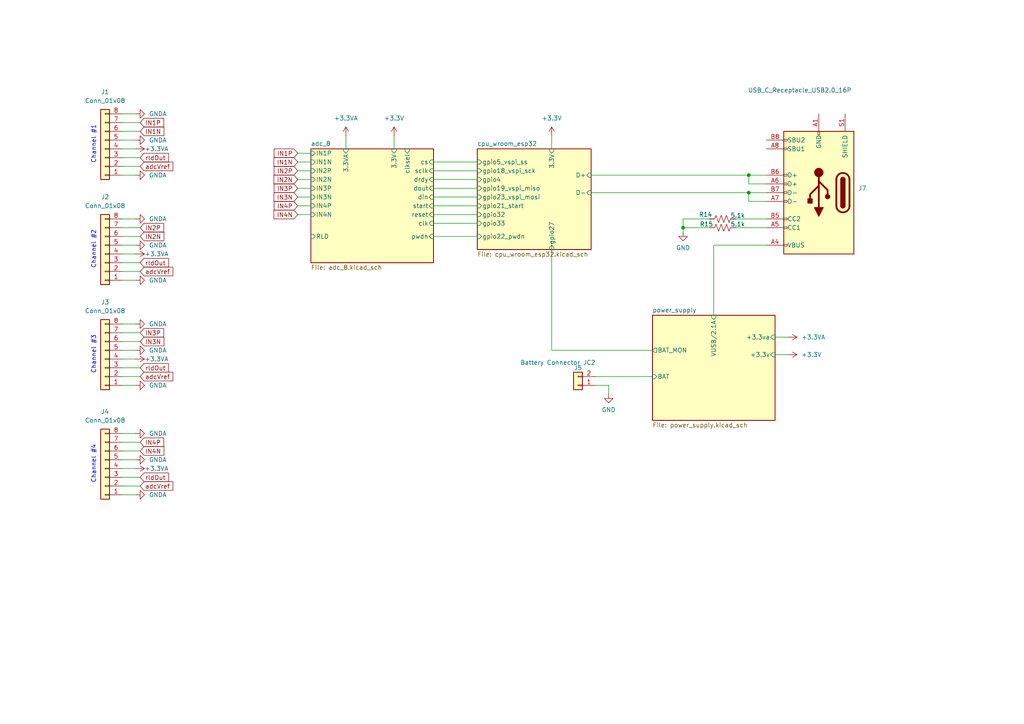
<source format=kicad_sch>
(kicad_sch (version 20250114) (generator "eeschema") (generator_version "9.0")
  (paper "A4")
  (title_block (title "MYOCELL 8: EMG ADC board") (date "2024-10-17") (rev "Rev 01") (company "MIREA") (comment 1 "2-8 ADC channels based on ADS1292(8)") (comment 2 "CPU: ESP32 WROOM"))
  (lib_symbols
    (symbol "Connector:USB_C_Receptacle_USB2.0_16P" (pin_names (offset 1.016))
      (property "Reference" "J" (at 0 22.225 0))
      (property "Value" "USB_C_Receptacle_USB2.0_16P" (at 0 19.685 0))
      (symbol "USB_C_Receptacle_USB2.0_16P_0_0"
        (rectangle (start -0.254 -17.78) (end 0.254 -16.764))
        (rectangle (start 10.16 15.494) (end 9.144 14.986))
        (rectangle (start 10.16 10.414) (end 9.144 9.906))
        (rectangle (start 10.16 7.874) (end 9.144 7.366))
        (rectangle (start 10.16 2.794) (end 9.144 2.286))
        (rectangle (start 10.16 0.254) (end 9.144 -0.254))
        (rectangle (start 10.16 -2.286) (end 9.144 -2.794))
        (rectangle (start 10.16 -4.826) (end 9.144 -5.334))
        (rectangle (start 10.16 -12.446) (end 9.144 -12.954))
        (rectangle (start 10.16 -14.986) (end 9.144 -15.494))
      )
      (symbol "USB_C_Receptacle_USB2.0_16P_0_1"
        (rectangle (start -10.16 17.78) (end 10.16 -17.78) (stroke (width 0.254)) (fill (type background)))
        (polyline (pts (xy -8.89 -3.81) (xy -8.89 3.81)) (stroke (width 0.508)))
        (rectangle (start -7.62 -3.81) (end -6.35 3.81) (stroke (width 0.254)) (fill (type outline)))
        (arc (start -7.62 3.81) (mid -6.985 4.4423) (end -6.35 3.81) (stroke (width 0.254)))
        (arc (start -7.62 3.81) (mid -6.985 4.4423) (end -6.35 3.81) (stroke (width 0.254)) (fill (type outline)))
        (arc (start -8.89 3.81) (mid -6.985 5.7067) (end -5.08 3.81) (stroke (width 0.508)))
        (arc (start -5.08 -3.81) (mid -6.985 -5.7067) (end -8.89 -3.81) (stroke (width 0.508)))
        (arc (start -6.35 -3.81) (mid -6.985 -4.4423) (end -7.62 -3.81) (stroke (width 0.254)))
        (arc (start -6.35 -3.81) (mid -6.985 -4.4423) (end -7.62 -3.81) (stroke (width 0.254)) (fill (type outline)))
        (polyline (pts (xy -5.08 3.81) (xy -5.08 -3.81)) (stroke (width 0.508)))
        (circle (center -2.54 1.143) (radius 0.635) (stroke (width 0.254)) (fill (type outline)))
        (polyline (pts (xy -1.27 4.318) (xy 0 6.858) (xy 1.27 4.318) (xy -1.27 4.318)) (stroke (width 0.254)) (fill (type outline)))
        (polyline (pts (xy 0 -2.032) (xy 2.54 0.508) (xy 2.54 1.778)) (stroke (width 0.508)))
        (polyline (pts (xy 0 -3.302) (xy -2.54 -0.762) (xy -2.54 0.508)) (stroke (width 0.508)))
        (polyline (pts (xy 0 -5.842) (xy 0 4.318)) (stroke (width 0.508)))
        (circle (center 0 -5.842) (radius 1.27) (fill (type outline)))
        (rectangle (start 1.905 1.778) (end 3.175 3.048) (stroke (width 0.254)) (fill (type outline)))
      )
      (symbol "USB_C_Receptacle_USB2.0_16P_1_1"
        (pin passive line (at -7.62 -22.86 90) (length 5.08) (name "SHIELD") (number "S1"))
        (pin passive line (at 0 -22.86 90) (length 5.08) (name "GND") (number "A1"))
        (pin passive line (at 0 -22.86 90) (length 5.08) (hide yes) (name "GND") (number "A12"))
        (pin passive line (at 0 -22.86 90) (length 5.08) (hide yes) (name "GND") (number "B1"))
        (pin passive line (at 0 -22.86 90) (length 5.08) (hide yes) (name "GND") (number "B12"))
        (pin passive line (at 15.24 15.24 180) (length 5.08) (name "VBUS") (number "A4"))
        (pin passive line (at 15.24 15.24 180) (length 5.08) (hide yes) (name "VBUS") (number "A9"))
        (pin passive line (at 15.24 15.24 180) (length 5.08) (hide yes) (name "VBUS") (number "B4"))
        (pin passive line (at 15.24 15.24 180) (length 5.08) (hide yes) (name "VBUS") (number "B9"))
        (pin bidirectional line (at 15.24 10.16 180) (length 5.08) (name "CC1") (number "A5"))
        (pin bidirectional line (at 15.24 7.62 180) (length 5.08) (name "CC2") (number "B5"))
        (pin bidirectional line (at 15.24 2.54 180) (length 5.08) (name "D-") (number "A7"))
        (pin bidirectional line (at 15.24 0 180) (length 5.08) (name "D-") (number "B7"))
        (pin bidirectional line (at 15.24 -2.54 180) (length 5.08) (name "D+") (number "A6"))
        (pin bidirectional line (at 15.24 -5.08 180) (length 5.08) (name "D+") (number "B6"))
        (pin bidirectional line (at 15.24 -12.7 180) (length 5.08) (name "SBU1") (number "A8"))
        (pin bidirectional line (at 15.24 -15.24 180) (length 5.08) (name "SBU2") (number "B8"))
      )
    )
    (symbol "Connector_Generic:Conn_01x02" (pin_names (offset 1.016) (hide yes))
      (property "Reference" "J" (at 0 2.54 0))
      (property "Value" "Conn_01x02" (at 0 -5.08 0))
      (symbol "Conn_01x02_1_1"
        (rectangle (start -1.27 1.27) (end 1.27 -3.81) (stroke (width 0.254)) (fill (type background)))
        (rectangle (start -1.27 0.127) (end 0 -0.127) (stroke (width 0.1524)))
        (rectangle (start -1.27 -2.413) (end 0 -2.667) (stroke (width 0.1524)))
        (pin passive line (at -5.08 0 0) (length 3.81) (name "Pin_1") (number "1"))
        (pin passive line (at -5.08 -2.54 0) (length 3.81) (name "Pin_2") (number "2"))
      )
    )
    (symbol "Connector_Generic:Conn_01x08" (pin_names (offset 1.016) (hide yes))
      (property "Reference" "J" (at 0 10.16 0))
      (property "Value" "Conn_01x08" (at 0 -12.7 0))
      (symbol "Conn_01x08_1_1"
        (rectangle (start -1.27 8.89) (end 1.27 -11.43) (stroke (width 0.254)) (fill (type background)))
        (rectangle (start -1.27 7.747) (end 0 7.493) (stroke (width 0.1524)))
        (rectangle (start -1.27 5.207) (end 0 4.953) (stroke (width 0.1524)))
        (rectangle (start -1.27 2.667) (end 0 2.413) (stroke (width 0.1524)))
        (rectangle (start -1.27 0.127) (end 0 -0.127) (stroke (width 0.1524)))
        (rectangle (start -1.27 -2.413) (end 0 -2.667) (stroke (width 0.1524)))
        (rectangle (start -1.27 -4.953) (end 0 -5.207) (stroke (width 0.1524)))
        (rectangle (start -1.27 -7.493) (end 0 -7.747) (stroke (width 0.1524)))
        (rectangle (start -1.27 -10.033) (end 0 -10.287) (stroke (width 0.1524)))
        (pin passive line (at -5.08 7.62 0) (length 3.81) (name "Pin_1") (number "1"))
        (pin passive line (at -5.08 5.08 0) (length 3.81) (name "Pin_2") (number "2"))
        (pin passive line (at -5.08 2.54 0) (length 3.81) (name "Pin_3") (number "3"))
        (pin passive line (at -5.08 0 0) (length 3.81) (name "Pin_4") (number "4"))
        (pin passive line (at -5.08 -2.54 0) (length 3.81) (name "Pin_5") (number "5"))
        (pin passive line (at -5.08 -5.08 0) (length 3.81) (name "Pin_6") (number "6"))
        (pin passive line (at -5.08 -7.62 0) (length 3.81) (name "Pin_7") (number "7"))
        (pin passive line (at -5.08 -10.16 0) (length 3.81) (name "Pin_8") (number "8"))
      )
    )
    (symbol "Device:R_US" (pin_numbers (hide yes)) (pin_names (offset 0))
      (property "Reference" "R" (at 2.54 0 90))
      (property "Value" "R_US" (at -2.54 0 90))
      (symbol "R_US_0_1"
        (polyline (pts (xy 0 2.286) (xy 0 2.54)))
        (polyline (pts (xy 0 2.286) (xy 1.016 1.905) (xy 0 1.524) (xy -1.016 1.143) (xy 0 0.762)))
        (polyline (pts (xy 0 0.762) (xy 1.016 0.381) (xy 0 0) (xy -1.016 -0.381) (xy 0 -0.762)))
        (polyline (pts (xy 0 -0.762) (xy 1.016 -1.143) (xy 0 -1.524) (xy -1.016 -1.905) (xy 0 -2.286)))
        (polyline (pts (xy 0 -2.286) (xy 0 -2.54)))
      )
      (symbol "R_US_1_1"
        (pin passive line (at 0 3.81 270) (length 1.27) (name "~") (number "1"))
        (pin passive line (at 0 -3.81 90) (length 1.27) (name "~") (number "2"))
      )
    )
    (symbol "power:+3.3V" (power) (pin_numbers (hide yes)) (pin_names (offset 0) (hide yes))
      (property "Value" "+3.3V" (at 0 3.556 0))
      (symbol "+3.3V_0_1"
        (polyline (pts (xy -0.762 1.27) (xy 0 2.54)))
        (polyline (pts (xy 0 2.54) (xy 0.762 1.27)))
        (polyline (pts (xy 0 0) (xy 0 2.54)))
      )
      (symbol "+3.3V_1_1"
        (pin power_in line (at 0 0 90) (length 0) (name "~") (number "1"))
      )
    )
    (symbol "power:+3.3VA" (power) (pin_numbers (hide yes)) (pin_names (offset 0) (hide yes))
      (property "Value" "+3.3VA" (at 0 3.556 0))
      (symbol "+3.3VA_0_1"
        (polyline (pts (xy -0.762 1.27) (xy 0 2.54)))
        (polyline (pts (xy 0 2.54) (xy 0.762 1.27)))
        (polyline (pts (xy 0 0) (xy 0 2.54)))
      )
      (symbol "+3.3VA_1_1"
        (pin power_in line (at 0 0 90) (length 0) (name "~") (number "1"))
      )
    )
    (symbol "power:GND" (power) (pin_names (offset 0))
      (property "Value" "GND" (at 0 -3.81 0))
      (symbol "GND_0_1"
        (polyline (pts (xy 0 0) (xy 0 -1.27) (xy 1.27 -1.27) (xy 0 -2.54) (xy -1.27 -1.27) (xy 0 -1.27)))
      )
      (symbol "GND_1_1"
        (pin power_in line (at 0 0 270) (length 0) (hide yes) (name "GND") (number "1"))
      )
    )
    (symbol "power:GNDA" (power) (pin_numbers (hide yes)) (pin_names (offset 0) (hide yes))
      (property "Value" "GNDA" (at 0 -3.81 0))
      (symbol "GNDA_0_1"
        (polyline (pts (xy 0 0) (xy 0 -1.27) (xy 1.27 -1.27) (xy 0 -2.54) (xy -1.27 -1.27) (xy 0 -1.27)))
      )
      (symbol "GNDA_1_1"
        (pin power_in line (at 0 0 270) (length 0) (name "~") (number "1"))
      )
    )
  )
  (text "Channel #2\n" (at 27.94 77.978 90) (effects (font (size 1.27 1.27)) (justify left bottom)))
  (text "Channel #4" (at 27.94 140.208 90) (effects (font (size 1.27 1.27)) (justify left bottom)))
  (text "Channel #3" (at 27.94 108.458 90) (effects (font (size 1.27 1.27)) (justify left bottom)))
  (text "Channel #1" (at 27.94 47.498 90) (effects (font (size 1.27 1.27)) (justify left bottom)))
  (junction (at 198.12 66.04))
  (junction (at 217.17 55.88))
  (junction (at 217.17 50.8))
  (wire (pts (xy 125.73 68.58) (xy 138.43 68.58)))
  (wire (pts (xy 114.3 39.37) (xy 114.3 43.18)))
  (wire (pts (xy 35.56 71.12) (xy 39.37 71.12)))
  (wire (pts (xy 86.36 52.07) (xy 90.17 52.07)))
  (wire (pts (xy 35.56 99.06) (xy 40.64 99.06)))
  (wire (pts (xy 217.17 58.42) (xy 217.17 55.88)))
  (wire (pts (xy 100.33 39.37) (xy 100.33 43.18)))
  (wire (pts (xy 224.79 97.79) (xy 228.6 97.79)))
  (wire (pts (xy 217.17 53.34) (xy 217.17 50.8)))
  (wire (pts (xy 35.56 45.72) (xy 40.64 45.72)))
  (wire (pts (xy 160.02 101.6) (xy 189.23 101.6)))
  (wire (pts (xy 86.36 62.23) (xy 90.17 62.23)))
  (wire (pts (xy 125.73 59.69) (xy 138.43 59.69)))
  (wire (pts (xy 224.79 102.87) (xy 228.6 102.87)))
  (wire (pts (xy 205.74 63.5) (xy 198.12 63.5)))
  (wire (pts (xy 222.25 58.42) (xy 217.17 58.42)))
  (wire (pts (xy 125.73 64.77) (xy 138.43 64.77)))
  (wire (pts (xy 217.17 55.88) (xy 222.25 55.88)))
  (wire (pts (xy 172.72 111.76) (xy 176.53 111.76)))
  (wire (pts (xy 35.56 106.68) (xy 40.64 106.68)))
  (wire (pts (xy 125.73 46.99) (xy 138.43 46.99)))
  (wire (pts (xy 86.36 46.99) (xy 90.17 46.99)))
  (wire (pts (xy 86.36 49.53) (xy 90.17 49.53)))
  (wire (pts (xy 35.56 143.51) (xy 39.37 143.51)))
  (wire (pts (xy 35.56 104.14) (xy 39.37 104.14)))
  (wire (pts (xy 35.56 111.76) (xy 39.37 111.76)))
  (wire (pts (xy 35.56 35.56) (xy 40.64 35.56)))
  (wire (pts (xy 222.25 53.34) (xy 217.17 53.34)))
  (wire (pts (xy 35.56 33.02) (xy 39.37 33.02)))
  (wire (pts (xy 35.56 50.8) (xy 39.37 50.8)))
  (wire (pts (xy 35.56 125.73) (xy 39.37 125.73)))
  (wire (pts (xy 35.56 96.52) (xy 40.64 96.52)))
  (wire (pts (xy 171.45 50.8) (xy 217.17 50.8)))
  (wire (pts (xy 35.56 68.58) (xy 40.64 68.58)))
  (wire (pts (xy 35.56 135.89) (xy 39.37 135.89)))
  (wire (pts (xy 35.56 128.27) (xy 40.64 128.27)))
  (wire (pts (xy 160.02 69.85) (xy 160.02 101.6)))
  (wire (pts (xy 217.17 50.8) (xy 222.25 50.8)))
  (wire (pts (xy 86.36 54.61) (xy 90.17 54.61)))
  (wire (pts (xy 86.36 44.45) (xy 90.17 44.45)))
  (wire (pts (xy 35.56 109.22) (xy 40.64 109.22)))
  (wire (pts (xy 176.53 111.76) (xy 176.53 114.3)))
  (wire (pts (xy 171.45 55.88) (xy 217.17 55.88)))
  (wire (pts (xy 35.56 93.98) (xy 39.37 93.98)))
  (wire (pts (xy 35.56 66.04) (xy 40.64 66.04)))
  (wire (pts (xy 35.56 140.97) (xy 40.64 140.97)))
  (wire (pts (xy 172.72 109.22) (xy 189.23 109.22)))
  (wire (pts (xy 207.01 71.12) (xy 207.01 91.44)))
  (wire (pts (xy 35.56 101.6) (xy 39.37 101.6)))
  (wire (pts (xy 86.36 59.69) (xy 90.17 59.69)))
  (wire (pts (xy 35.56 73.66) (xy 39.37 73.66)))
  (wire (pts (xy 35.56 48.26) (xy 40.64 48.26)))
  (wire (pts (xy 35.56 63.5) (xy 39.37 63.5)))
  (wire (pts (xy 35.56 78.74) (xy 40.64 78.74)))
  (wire (pts (xy 125.73 57.15) (xy 138.43 57.15)))
  (wire (pts (xy 198.12 66.04) (xy 205.74 66.04)))
  (wire (pts (xy 35.56 81.28) (xy 39.37 81.28)))
  (wire (pts (xy 125.73 54.61) (xy 138.43 54.61)))
  (wire (pts (xy 222.25 71.12) (xy 207.01 71.12)))
  (wire (pts (xy 35.56 40.64) (xy 39.37 40.64)))
  (wire (pts (xy 160.02 39.37) (xy 160.02 43.18)))
  (wire (pts (xy 86.36 57.15) (xy 90.17 57.15)))
  (wire (pts (xy 35.56 76.2) (xy 40.64 76.2)))
  (wire (pts (xy 35.56 38.1) (xy 40.64 38.1)))
  (wire (pts (xy 125.73 52.07) (xy 138.43 52.07)))
  (wire (pts (xy 125.73 49.53) (xy 138.43 49.53)))
  (wire (pts (xy 125.73 62.23) (xy 138.43 62.23)))
  (wire (pts (xy 35.56 43.18) (xy 39.37 43.18)))
  (wire (pts (xy 35.56 133.35) (xy 39.37 133.35)))
  (wire (pts (xy 213.36 66.04) (xy 222.25 66.04)))
  (wire (pts (xy 198.12 63.5) (xy 198.12 66.04)))
  (wire (pts (xy 35.56 138.43) (xy 40.64 138.43)))
  (wire (pts (xy 213.36 63.5) (xy 222.25 63.5)))
  (wire (pts (xy 198.12 66.04) (xy 198.12 67.31)))
  (wire (pts (xy 35.56 130.81) (xy 40.64 130.81)))
  (global_label "adcVref" (shape input) (at 40.64 78.74 0) (property "Intersheetrefs" "${INTERSHEET_REFS}" (effects (hide yes))))
  (global_label "adcVref" (shape input) (at 40.64 48.26 0) (property "Intersheetrefs" "${INTERSHEET_REFS}" (effects (hide yes))))
  (global_label "IN4N" (shape input) (at 86.36 62.23 180) (property "Intersheetrefs" "${INTERSHEET_REFS}" (effects (hide yes))))
  (global_label "IN2P" (shape input) (at 86.36 49.53 180) (property "Intersheetrefs" "${INTERSHEET_REFS}" (effects (hide yes))))
  (global_label "IN3P" (shape input) (at 86.36 54.61 180) (property "Intersheetrefs" "${INTERSHEET_REFS}" (effects (hide yes))))
  (global_label "IN1N" (shape input) (at 86.36 46.99 180) (property "Intersheetrefs" "${INTERSHEET_REFS}" (effects (hide yes))))
  (global_label "IN1P" (shape input) (at 40.64 35.56 0) (property "Intersheetrefs" "${INTERSHEET_REFS}" (effects (hide yes))))
  (global_label "IN1N" (shape input) (at 40.64 38.1 0) (property "Intersheetrefs" "${INTERSHEET_REFS}" (effects (hide yes))))
  (global_label "IN3N" (shape input) (at 86.36 57.15 180) (property "Intersheetrefs" "${INTERSHEET_REFS}" (effects (hide yes))))
  (global_label "IN4P" (shape input) (at 40.64 128.27 0) (property "Intersheetrefs" "${INTERSHEET_REFS}" (effects (hide yes))))
  (global_label "IN4N" (shape input) (at 40.64 130.81 0) (property "Intersheetrefs" "${INTERSHEET_REFS}" (effects (hide yes))))
  (global_label "IN2N" (shape input) (at 86.36 52.07 180) (property "Intersheetrefs" "${INTERSHEET_REFS}" (effects (hide yes))))
  (global_label "adcVref" (shape input) (at 40.64 140.97 0) (property "Intersheetrefs" "${INTERSHEET_REFS}" (effects (hide yes))))
  (global_label "IN3P" (shape input) (at 40.64 96.52 0) (property "Intersheetrefs" "${INTERSHEET_REFS}" (effects (hide yes))))
  (global_label "IN2N" (shape input) (at 40.64 68.58 0) (property "Intersheetrefs" "${INTERSHEET_REFS}" (effects (hide yes))))
  (global_label "rldOut" (shape input) (at 40.64 76.2 0) (property "Intersheetrefs" "${INTERSHEET_REFS}" (effects (hide yes))))
  (global_label "rldOut" (shape input) (at 40.64 138.43 0) (property "Intersheetrefs" "${INTERSHEET_REFS}" (effects (hide yes))))
  (global_label "IN1P" (shape input) (at 86.36 44.45 180) (property "Intersheetrefs" "${INTERSHEET_REFS}" (effects (hide yes))))
  (global_label "IN2P" (shape input) (at 40.64 66.04 0) (property "Intersheetrefs" "${INTERSHEET_REFS}" (effects (hide yes))))
  (global_label "IN3N" (shape input) (at 40.64 99.06 0) (property "Intersheetrefs" "${INTERSHEET_REFS}" (effects (hide yes))))
  (global_label "rldOut" (shape input) (at 40.64 106.68 0) (property "Intersheetrefs" "${INTERSHEET_REFS}" (effects (hide yes))))
  (global_label "adcVref" (shape input) (at 40.64 109.22 0) (property "Intersheetrefs" "${INTERSHEET_REFS}" (effects (hide yes))))
  (global_label "IN4P" (shape input) (at 86.36 59.69 180) (property "Intersheetrefs" "${INTERSHEET_REFS}" (effects (hide yes))))
  (global_label "rldOut" (shape input) (at 40.64 45.72 0) (property "Intersheetrefs" "${INTERSHEET_REFS}" (effects (hide yes))))
  (symbol (lib_id "power:+3.3VA") (at 228.6 97.79 270) (unit 1)
    (property "Reference" "#PWR022" (effects (hide yes)))
    (property "Value" "+3.3VA" (at 232.41 97.7899 90) (effects (justify left)))
    (property "Description" "Power symbol creates a global label with name \"+3.3VA\"" (effects (hide yes)))
  )
  (symbol (lib_id "Connector_Generic:Conn_01x08") (at 30.48 135.89 180) (unit 1)
    (property "Reference" "J4" (at 30.48 119.38 0))
    (property "Value" "Conn_01x08" (at 30.48 121.92 0))
    (property "Footprint" "Connector_FFC-FPC:Hirose_FH12-8S-0.5SH_1x08-1MP_P0.50mm_Horizontal" (effects (hide yes)))
    (property "Description" "Generic connector, single row, 01x08, script generated (kicad-library-utils/schlib/autogen/connector/)" (effects (hide yes)))
  )
  (symbol (lib_id "power:+3.3VA") (at 39.37 135.89 270) (unit 1)
    (property "Reference" "#PWR015" (effects (hide yes)))
    (property "Value" "+3.3VA" (at 41.91 135.89 90) (effects (justify left)))
    (property "Description" "Power symbol creates a global label with name \"+3.3VA\"" (effects (hide yes)))
  )
  (symbol (lib_id "power:GNDA") (at 39.37 101.6 90) (unit 1)
    (property "Reference" "#PWR010" (effects (hide yes)))
    (property "Value" "GNDA" (at 43.18 101.5999 90) (effects (justify right)))
    (property "Description" "Power symbol creates a global label with name \"GNDA\" , analog ground" (effects (hide yes)))
  )
  (symbol (lib_id "power:GNDA") (at 39.37 111.76 90) (unit 1)
    (property "Reference" "#PWR012" (effects (hide yes)))
    (property "Value" "GNDA" (at 43.18 111.7599 90) (effects (justify right)))
    (property "Description" "Power symbol creates a global label with name \"GNDA\" , analog ground" (effects (hide yes)))
  )
  (symbol (lib_id "power:GNDA") (at 39.37 71.12 90) (unit 1)
    (property "Reference" "#PWR06" (effects (hide yes)))
    (property "Value" "GNDA" (at 43.18 71.1199 90) (effects (justify right)))
    (property "Description" "Power symbol creates a global label with name \"GNDA\" , analog ground" (effects (hide yes)))
  )
  (symbol (lib_id "power:GNDA") (at 39.37 93.98 90) (unit 1)
    (property "Reference" "#PWR09" (effects (hide yes)))
    (property "Value" "GNDA" (at 43.18 93.9799 90) (effects (justify right)))
    (property "Description" "Power symbol creates a global label with name \"GNDA\" , analog ground" (effects (hide yes)))
  )
  (symbol (lib_id "power:GND") (at 176.53 114.3 0) (unit 1)
    (property "Reference" "#PWR020" (effects (hide yes)))
    (property "Value" "GND" (at 176.53 118.8625 0))
  )
  (symbol (lib_id "Device:R_US") (at 209.55 63.5 90) (unit 1)
    (property "Reference" "R14" (at 202.692 62.23 90) (effects (justify right)))
    (property "Value" "5.1k" (at 211.836 62.484 90) (effects (justify right)))
    (property "Footprint" "Resistor_SMD:R_0805_2012Metric_Pad1.20x1.40mm_HandSolder" (effects (hide yes)))
  )
  (symbol (lib_id "power:+3.3V") (at 228.6 102.87 270) (unit 1)
    (property "Reference" "#PWR023" (effects (hide yes)))
    (property "Value" "+3.3V" (at 232.41 102.8699 90) (effects (justify left)))
    (property "Description" "Power symbol creates a global label with name \"+3.3V\"" (effects (hide yes)))
  )
  (symbol (lib_id "power:GNDA") (at 39.37 50.8 90) (unit 1)
    (property "Reference" "#PWR04" (effects (hide yes)))
    (property "Value" "GNDA" (at 43.18 50.7999 90) (effects (justify right)))
    (property "Description" "Power symbol creates a global label with name \"GNDA\" , analog ground" (effects (hide yes)))
  )
  (symbol (lib_id "power:GNDA") (at 39.37 133.35 90) (unit 1)
    (property "Reference" "#PWR014" (effects (hide yes)))
    (property "Value" "GNDA" (at 43.18 133.3499 90) (effects (justify right)))
    (property "Description" "Power symbol creates a global label with name \"GNDA\" , analog ground" (effects (hide yes)))
  )
  (symbol (lib_id "power:GNDA") (at 39.37 40.64 90) (unit 1)
    (property "Reference" "#PWR02" (effects (hide yes)))
    (property "Value" "GNDA" (at 43.18 40.6399 90) (effects (justify right)))
    (property "Description" "Power symbol creates a global label with name \"GNDA\" , analog ground" (effects (hide yes)))
  )
  (symbol (lib_id "power:+3.3VA") (at 39.37 73.66 270) (unit 1)
    (property "Reference" "#PWR07" (effects (hide yes)))
    (property "Value" "+3.3VA" (at 41.91 73.66 90) (effects (justify left)))
    (property "Description" "Power symbol creates a global label with name \"+3.3VA\"" (effects (hide yes)))
  )
  (symbol (lib_id "Device:R_US") (at 209.55 66.04 90) (unit 1)
    (property "Reference" "R15" (at 202.946 65.024 90) (effects (justify right)))
    (property "Value" "5.1k" (at 211.836 65.024 90) (effects (justify right)))
    (property "Footprint" "Resistor_SMD:R_0805_2012Metric_Pad1.20x1.40mm_HandSolder" (effects (hide yes)))
  )
  (symbol (lib_id "Connector_Generic:Conn_01x02") (at 167.64 111.76 180) (unit 1)
    (property "Reference" "J5" (at 167.64 106.68 0))
    (property "Value" "Battery Connector JC2" (at 161.798 105.156 0))
    (property "Footprint" "Connector_JST:JST_PH_S2B-PH-SM4-TB_1x02-1MP_P2.00mm_Horizontal" (effects (hide yes)))
  )
  (symbol (lib_id "Connector:USB_C_Receptacle_USB2.0_16P") (at 237.49 55.88 180) (unit 1)
    (property "Reference" "J7" (at 248.92 54.6099 0) (effects (justify right)))
    (property "Value" "USB_C_Receptacle_USB2.0_16P" (at 216.916 26.162 0) (effects (justify right)))
    (property "Footprint" "Connector_USB:USB_C_Receptacle_GCT_USB4110" (effects (hide yes)))
    (property "Datasheet" "https://www.usb.org/sites/default/files/documents/usb_type-c.zip" (effects (hide yes)))
    (property "Description" "USB 2.0-only 16P Type-C Receptacle connector" (effects (hide yes)))
  )
  (symbol (lib_id "power:+3.3V") (at 114.3 39.37 0) (unit 1)
    (property "Reference" "#PWR018" (effects (hide yes)))
    (property "Value" "+3.3V" (at 114.3 34.29 0))
    (property "Description" "Power symbol creates a global label with name \"+3.3V\"" (effects (hide yes)))
  )
  (symbol (lib_id "Connector_Generic:Conn_01x08") (at 30.48 104.14 180) (unit 1)
    (property "Reference" "J3" (at 30.48 87.63 0))
    (property "Value" "Conn_01x08" (at 30.48 90.17 0))
    (property "Footprint" "Connector_FFC-FPC:Hirose_FH12-8S-0.5SH_1x08-1MP_P0.50mm_Horizontal" (effects (hide yes)))
    (property "Description" "Generic connector, single row, 01x08, script generated (kicad-library-utils/schlib/autogen/connector/)" (effects (hide yes)))
  )
  (symbol (lib_id "power:+3.3VA") (at 100.33 39.37 0) (unit 1)
    (property "Reference" "#PWR017" (effects (hide yes)))
    (property "Value" "+3.3VA" (at 100.33 34.29 0))
    (property "Description" "Power symbol creates a global label with name \"+3.3VA\"" (effects (hide yes)))
  )
  (symbol (lib_id "power:GNDA") (at 39.37 63.5 90) (unit 1)
    (property "Reference" "#PWR05" (effects (hide yes)))
    (property "Value" "GNDA" (at 43.18 63.4999 90) (effects (justify right)))
    (property "Description" "Power symbol creates a global label with name \"GNDA\" , analog ground" (effects (hide yes)))
  )
  (symbol (lib_id "Connector_Generic:Conn_01x08") (at 30.48 43.18 180) (unit 1)
    (property "Reference" "J1" (at 30.48 26.67 0))
    (property "Value" "Conn_01x08" (at 30.48 29.21 0))
    (property "Footprint" "Connector_FFC-FPC:Hirose_FH12-8S-0.5SH_1x08-1MP_P0.50mm_Horizontal" (effects (hide yes)))
    (property "Description" "Generic connector, single row, 01x08, script generated (kicad-library-utils/schlib/autogen/connector/)" (effects (hide yes)))
  )
  (symbol (lib_id "power:+3.3V") (at 160.02 39.37 0) (unit 1)
    (property "Reference" "#PWR019" (effects (hide yes)))
    (property "Value" "+3.3V" (at 160.02 34.29 0))
    (property "Description" "Power symbol creates a global label with name \"+3.3V\"" (effects (hide yes)))
  )
  (symbol (lib_id "power:GNDA") (at 39.37 143.51 90) (unit 1)
    (property "Reference" "#PWR016" (effects (hide yes)))
    (property "Value" "GNDA" (at 43.18 143.5099 90) (effects (justify right)))
    (property "Description" "Power symbol creates a global label with name \"GNDA\" , analog ground" (effects (hide yes)))
  )
  (symbol (lib_id "power:+3.3VA") (at 39.37 104.14 270) (unit 1)
    (property "Reference" "#PWR011" (effects (hide yes)))
    (property "Value" "+3.3VA" (at 41.91 104.14 90) (effects (justify left)))
    (property "Description" "Power symbol creates a global label with name \"+3.3VA\"" (effects (hide yes)))
  )
  (symbol (lib_id "power:GNDA") (at 39.37 81.28 90) (unit 1)
    (property "Reference" "#PWR08" (effects (hide yes)))
    (property "Value" "GNDA" (at 43.18 81.2799 90) (effects (justify right)))
    (property "Description" "Power symbol creates a global label with name \"GNDA\" , analog ground" (effects (hide yes)))
  )
  (symbol (lib_id "Connector_Generic:Conn_01x08") (at 30.48 73.66 180) (unit 1)
    (property "Reference" "J2" (at 30.48 57.15 0))
    (property "Value" "Conn_01x08" (at 30.48 59.69 0))
    (property "Footprint" "Connector_FFC-FPC:Hirose_FH12-8S-0.5SH_1x08-1MP_P0.50mm_Horizontal" (effects (hide yes)))
    (property "Description" "Generic connector, single row, 01x08, script generated (kicad-library-utils/schlib/autogen/connector/)" (effects (hide yes)))
  )
  (symbol (lib_id "power:GND") (at 198.12 67.31 0) (unit 1)
    (property "Reference" "#PWR021" (effects (hide yes)))
    (property "Value" "GND" (at 198.12 71.8725 0))
  )
  (symbol (lib_id "power:GNDA") (at 39.37 125.73 90) (unit 1)
    (property "Reference" "#PWR013" (effects (hide yes)))
    (property "Value" "GNDA" (at 43.18 125.7299 90) (effects (justify right)))
    (property "Description" "Power symbol creates a global label with name \"GNDA\" , analog ground" (effects (hide yes)))
  )
  (symbol (lib_id "power:+3.3VA") (at 39.37 43.18 270) (unit 1)
    (property "Reference" "#PWR03" (effects (hide yes)))
    (property "Value" "+3.3VA" (at 41.91 43.18 90) (effects (justify left)))
    (property "Description" "Power symbol creates a global label with name \"+3.3VA\"" (effects (hide yes)))
  )
  (symbol (lib_id "power:GNDA") (at 39.37 33.02 90) (unit 1)
    (property "Reference" "#PWR01" (effects (hide yes)))
    (property "Value" "GNDA" (at 43.18 33.0199 90) (effects (justify right)))
    (property "Description" "Power symbol creates a global label with name \"GNDA\" , analog ground" (effects (hide yes)))
  )
  (sheet (at 138.43 43.18) (size 33.02 29.21) (stroke (width 0.254)) (fill (color 255 255 194 1.0000))
    (property "Sheetname" "cpu_wroom_esp32" (at 138.43 42.4176 0) (effects (justify left bottom)))
    (property "Sheetfile" "cpu_wroom_esp32.kicad_sch" (at 138.43 73.0254 0) (effects (justify left top)))
    (pin "3.3V" input (at 160.02 43.18 90))
    (pin "gpio5_vspi_ss" input (at 138.43 46.99 180))
    (pin "gpio18_vspi_sck" input (at 138.43 49.53 180))
    (pin "gpio4" input (at 138.43 52.07 180))
    (pin "gpio19_vspi_miso" input (at 138.43 54.61 180))
    (pin "gpio23_vspi_mosi" input (at 138.43 57.15 180))
    (pin "gpio21_start" input (at 138.43 59.69 180))
    (pin "gpio27" input (at 160.02 72.39 270))
    (pin "gpio33" input (at 138.43 64.77 180))
    (pin "gpio32" input (at 138.43 62.23 180))
    (pin "gpio22_pwdn" input (at 138.43 68.58 180))
    (pin "D+" input (at 171.45 50.8 0))
    (pin "D-" input (at 171.45 55.88 0))
  )
  (sheet (at 90.17 43.18) (size 35.56 33.02) (stroke (width 0.254)) (fill (color 255 255 194 1.0000))
    (property "Sheetname" "adc_8" (at 90.17 42.4176 0) (effects (justify left bottom)))
    (property "Sheetfile" "adc_8.kicad_sch" (at 90.17 76.8354 0) (effects (justify left top)))
    (pin "clk" input (at 125.73 64.77 0))
    (pin "clksel" input (at 118.11 43.18 90))
    (pin "start" input (at 125.73 59.69 0))
    (pin "dout" input (at 125.73 54.61 0))
    (pin "drdy" input (at 125.73 52.07 0))
    (pin "pwdn" input (at 125.73 68.58 0))
    (pin "reset" input (at 125.73 62.23 0))
    (pin "cs" input (at 125.73 46.99 0))
    (pin "din" input (at 125.73 57.15 0))
    (pin "sclk" input (at 125.73 49.53 0))
    (pin "3.3VA" input (at 100.33 43.18 90))
    (pin "3.3V" input (at 114.3 43.18 90))
    (pin "IN1P" input (at 90.17 44.45 180))
    (pin "IN1N" input (at 90.17 46.99 180))
    (pin "IN2P" input (at 90.17 49.53 180))
    (pin "IN2N" input (at 90.17 52.07 180))
    (pin "IN4N" input (at 90.17 62.23 180))
    (pin "IN3N" input (at 90.17 57.15 180))
    (pin "IN3P" input (at 90.17 54.61 180))
    (pin "IN4P" input (at 90.17 59.69 180))
    (pin "RLD" input (at 90.17 68.58 180))
  )
  (sheet (at 189.23 91.44) (size 35.56 30.48) (stroke (width 0.254)) (fill (color 255 255 194 1.0000))
    (property "Sheetname" "power_supply" (at 189.23 90.6776 0) (effects (justify left bottom)))
    (property "Sheetfile" "power_supply.kicad_sch" (at 189.23 122.5554 0) (effects (justify left top)))
    (pin "VUSB{slash}2.1A" input (at 207.01 91.44 90))
    (pin "+3.3va" input (at 224.79 97.79 0))
    (pin "+3.3v" input (at 224.79 102.87 0))
    (pin "BAT" input (at 189.23 109.22 180))
    (pin "BAT_MON" output (at 189.23 101.6 180))
  )
)
</source>
